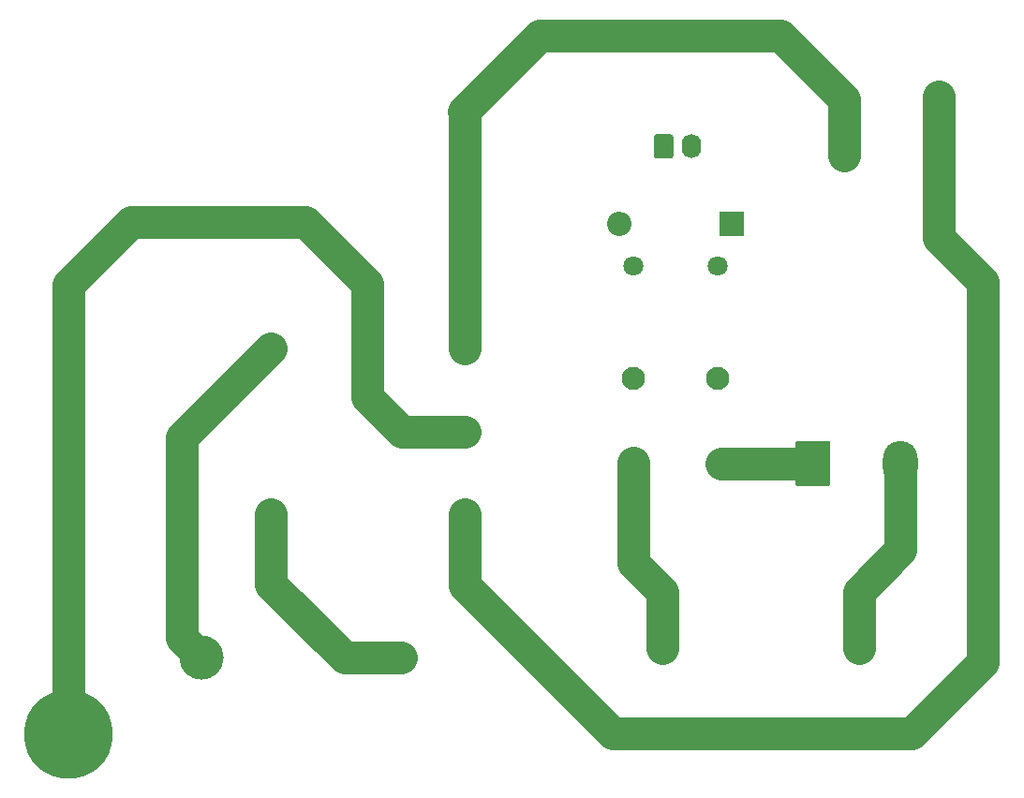
<source format=gbl>
G04 #@! TF.GenerationSoftware,KiCad,Pcbnew,(5.1.5-0-10_14)*
G04 #@! TF.CreationDate,2020-11-16T15:22:10+01:00*
G04 #@! TF.ProjectId,AC_board,41435f62-6f61-4726-942e-6b696361645f,v01*
G04 #@! TF.SameCoordinates,Original*
G04 #@! TF.FileFunction,Copper,L2,Bot*
G04 #@! TF.FilePolarity,Positive*
%FSLAX46Y46*%
G04 Gerber Fmt 4.6, Leading zero omitted, Abs format (unit mm)*
G04 Created by KiCad (PCBNEW (5.1.5-0-10_14)) date 2020-11-16 15:22:10*
%MOMM*%
%LPD*%
G04 APERTURE LIST*
%ADD10C,4.000000*%
%ADD11C,2.100000*%
%ADD12C,1.800000*%
%ADD13C,2.350000*%
%ADD14O,1.740000X2.200000*%
%ADD15C,0.100000*%
%ADD16C,2.700000*%
%ADD17C,2.200000*%
%ADD18C,8.000000*%
%ADD19R,2.200000X2.200000*%
%ADD20O,2.200000X2.200000*%
%ADD21O,3.160000X4.100000*%
%ADD22C,3.000000*%
G04 APERTURE END LIST*
D10*
X87000000Y-112000000D03*
D11*
X133620000Y-94400000D03*
X126000000Y-94400000D03*
X133620000Y-86780000D03*
X126000000Y-86780000D03*
D12*
X133620000Y-76620000D03*
X126000000Y-76620000D03*
D13*
X128650000Y-111140000D03*
X128630000Y-106060000D03*
X146450000Y-111140000D03*
X146430000Y-106060000D03*
D14*
X131300000Y-65820000D03*
G04 #@! TA.AperFunction,ComponentPad*
D15*
G36*
X129404505Y-64721204D02*
G01*
X129428773Y-64724804D01*
X129452572Y-64730765D01*
X129475671Y-64739030D01*
X129497850Y-64749520D01*
X129518893Y-64762132D01*
X129538599Y-64776747D01*
X129556777Y-64793223D01*
X129573253Y-64811401D01*
X129587868Y-64831107D01*
X129600480Y-64852150D01*
X129610970Y-64874329D01*
X129619235Y-64897428D01*
X129625196Y-64921227D01*
X129628796Y-64945495D01*
X129630000Y-64969999D01*
X129630000Y-66670001D01*
X129628796Y-66694505D01*
X129625196Y-66718773D01*
X129619235Y-66742572D01*
X129610970Y-66765671D01*
X129600480Y-66787850D01*
X129587868Y-66808893D01*
X129573253Y-66828599D01*
X129556777Y-66846777D01*
X129538599Y-66863253D01*
X129518893Y-66877868D01*
X129497850Y-66890480D01*
X129475671Y-66900970D01*
X129452572Y-66909235D01*
X129428773Y-66915196D01*
X129404505Y-66918796D01*
X129380001Y-66920000D01*
X128139999Y-66920000D01*
X128115495Y-66918796D01*
X128091227Y-66915196D01*
X128067428Y-66909235D01*
X128044329Y-66900970D01*
X128022150Y-66890480D01*
X128001107Y-66877868D01*
X127981401Y-66863253D01*
X127963223Y-66846777D01*
X127946747Y-66828599D01*
X127932132Y-66808893D01*
X127919520Y-66787850D01*
X127909030Y-66765671D01*
X127900765Y-66742572D01*
X127894804Y-66718773D01*
X127891204Y-66694505D01*
X127890000Y-66670001D01*
X127890000Y-64969999D01*
X127891204Y-64945495D01*
X127894804Y-64921227D01*
X127900765Y-64897428D01*
X127909030Y-64874329D01*
X127919520Y-64852150D01*
X127932132Y-64831107D01*
X127946747Y-64811401D01*
X127963223Y-64793223D01*
X127981401Y-64776747D01*
X128001107Y-64762132D01*
X128022150Y-64749520D01*
X128044329Y-64739030D01*
X128067428Y-64730765D01*
X128091227Y-64724804D01*
X128115495Y-64721204D01*
X128139999Y-64720000D01*
X129380001Y-64720000D01*
X129404505Y-64721204D01*
G37*
G04 #@! TD.AperFunction*
D16*
X153670000Y-66410000D03*
X153670000Y-61330000D03*
X145090000Y-66620000D03*
X145090000Y-61540000D03*
X99920000Y-112000000D03*
X105000000Y-112000000D03*
G04 #@! TA.AperFunction,ComponentPad*
D15*
G36*
X93903909Y-98002648D02*
G01*
X93957300Y-98010568D01*
X94009657Y-98023683D01*
X94060476Y-98041866D01*
X94109268Y-98064943D01*
X94155564Y-98092692D01*
X94198916Y-98124844D01*
X94238909Y-98161091D01*
X94275156Y-98201084D01*
X94307308Y-98244436D01*
X94335057Y-98290732D01*
X94358134Y-98339524D01*
X94376317Y-98390343D01*
X94389432Y-98442700D01*
X94397352Y-98496091D01*
X94400000Y-98550000D01*
X94400000Y-99650000D01*
X94397352Y-99703909D01*
X94389432Y-99757300D01*
X94376317Y-99809657D01*
X94358134Y-99860476D01*
X94335057Y-99909268D01*
X94307308Y-99955564D01*
X94275156Y-99998916D01*
X94238909Y-100038909D01*
X94198916Y-100075156D01*
X94155564Y-100107308D01*
X94109268Y-100135057D01*
X94060476Y-100158134D01*
X94009657Y-100176317D01*
X93957300Y-100189432D01*
X93903909Y-100197352D01*
X93850000Y-100200000D01*
X92750000Y-100200000D01*
X92696091Y-100197352D01*
X92642700Y-100189432D01*
X92590343Y-100176317D01*
X92539524Y-100158134D01*
X92490732Y-100135057D01*
X92444436Y-100107308D01*
X92401084Y-100075156D01*
X92361091Y-100038909D01*
X92324844Y-99998916D01*
X92292692Y-99955564D01*
X92264943Y-99909268D01*
X92241866Y-99860476D01*
X92223683Y-99809657D01*
X92210568Y-99757300D01*
X92202648Y-99703909D01*
X92200000Y-99650000D01*
X92200000Y-98550000D01*
X92202648Y-98496091D01*
X92210568Y-98442700D01*
X92223683Y-98390343D01*
X92241866Y-98339524D01*
X92264943Y-98290732D01*
X92292692Y-98244436D01*
X92324844Y-98201084D01*
X92361091Y-98161091D01*
X92401084Y-98124844D01*
X92444436Y-98092692D01*
X92490732Y-98064943D01*
X92539524Y-98041866D01*
X92590343Y-98023683D01*
X92642700Y-98010568D01*
X92696091Y-98002648D01*
X92750000Y-98000000D01*
X93850000Y-98000000D01*
X93903909Y-98002648D01*
G37*
G04 #@! TD.AperFunction*
D17*
X110800000Y-99100000D03*
X110800000Y-91600000D03*
X110800000Y-84100000D03*
X93300000Y-84100000D03*
D18*
X75000000Y-119000000D03*
D19*
X134890000Y-72860000D03*
D20*
X124730000Y-72860000D03*
G04 #@! TA.AperFunction,ComponentPad*
D15*
G36*
X143624504Y-92421204D02*
G01*
X143648773Y-92424804D01*
X143672571Y-92430765D01*
X143695671Y-92439030D01*
X143717849Y-92449520D01*
X143738893Y-92462133D01*
X143758598Y-92476747D01*
X143776777Y-92493223D01*
X143793253Y-92511402D01*
X143807867Y-92531107D01*
X143820480Y-92552151D01*
X143830970Y-92574329D01*
X143839235Y-92597429D01*
X143845196Y-92621227D01*
X143848796Y-92645496D01*
X143850000Y-92670000D01*
X143850000Y-96270000D01*
X143848796Y-96294504D01*
X143845196Y-96318773D01*
X143839235Y-96342571D01*
X143830970Y-96365671D01*
X143820480Y-96387849D01*
X143807867Y-96408893D01*
X143793253Y-96428598D01*
X143776777Y-96446777D01*
X143758598Y-96463253D01*
X143738893Y-96477867D01*
X143717849Y-96490480D01*
X143695671Y-96500970D01*
X143672571Y-96509235D01*
X143648773Y-96515196D01*
X143624504Y-96518796D01*
X143600000Y-96520000D01*
X140940000Y-96520000D01*
X140915496Y-96518796D01*
X140891227Y-96515196D01*
X140867429Y-96509235D01*
X140844329Y-96500970D01*
X140822151Y-96490480D01*
X140801107Y-96477867D01*
X140781402Y-96463253D01*
X140763223Y-96446777D01*
X140746747Y-96428598D01*
X140732133Y-96408893D01*
X140719520Y-96387849D01*
X140709030Y-96365671D01*
X140700765Y-96342571D01*
X140694804Y-96318773D01*
X140691204Y-96294504D01*
X140690000Y-96270000D01*
X140690000Y-92670000D01*
X140691204Y-92645496D01*
X140694804Y-92621227D01*
X140700765Y-92597429D01*
X140709030Y-92574329D01*
X140719520Y-92552151D01*
X140732133Y-92531107D01*
X140746747Y-92511402D01*
X140763223Y-92493223D01*
X140781402Y-92476747D01*
X140801107Y-92462133D01*
X140822151Y-92449520D01*
X140844329Y-92439030D01*
X140867429Y-92430765D01*
X140891227Y-92424804D01*
X140915496Y-92421204D01*
X140940000Y-92420000D01*
X143600000Y-92420000D01*
X143624504Y-92421204D01*
G37*
G04 #@! TD.AperFunction*
D21*
X150190000Y-94470000D03*
D22*
X85250001Y-92149999D02*
X92200001Y-85199999D01*
X92200001Y-85199999D02*
X93300000Y-84100000D01*
X85250001Y-110250001D02*
X85250001Y-92149999D01*
X87000000Y-112000000D02*
X85250001Y-110250001D01*
X145090000Y-66620000D02*
X145090000Y-61540000D01*
X145090000Y-61540000D02*
X139340000Y-55790000D01*
X139340000Y-55790000D02*
X117560000Y-55790000D01*
X117560000Y-55790000D02*
X110730000Y-62620000D01*
X110800000Y-62690000D02*
X110800000Y-84100000D01*
X110730000Y-62620000D02*
X110800000Y-62690000D01*
X75000000Y-78300000D02*
X75000000Y-119000000D01*
X80670000Y-72630000D02*
X75000000Y-78300000D01*
X110800000Y-91600000D02*
X105150000Y-91600000D01*
X102000000Y-78220000D02*
X96410000Y-72630000D01*
X102000000Y-88450000D02*
X102000000Y-78220000D01*
X96410000Y-72630000D02*
X80670000Y-72630000D01*
X105150000Y-91600000D02*
X102000000Y-88450000D01*
X153670000Y-61330000D02*
X153670000Y-66410000D01*
X153670000Y-74110000D02*
X153670000Y-66410000D01*
X157650000Y-78090000D02*
X153670000Y-74110000D01*
X157650000Y-112430000D02*
X157650000Y-78090000D01*
X124180000Y-118900000D02*
X151180000Y-118900000D01*
X110800000Y-99100000D02*
X110800000Y-105520000D01*
X151180000Y-118900000D02*
X157650000Y-112430000D01*
X110800000Y-105520000D02*
X124180000Y-118900000D01*
X93300000Y-99100000D02*
X93300000Y-103830000D01*
X93300000Y-105380000D02*
X93300000Y-103830000D01*
X99920000Y-112000000D02*
X93300000Y-105380000D01*
X105000000Y-112000000D02*
X99920000Y-112000000D01*
X128630000Y-111120000D02*
X128650000Y-111140000D01*
X128630000Y-106060000D02*
X128630000Y-111120000D01*
X126000000Y-103430000D02*
X126000000Y-94400000D01*
X128630000Y-106060000D02*
X126000000Y-103430000D01*
X146430000Y-111120000D02*
X146450000Y-111140000D01*
X146430000Y-106060000D02*
X146430000Y-111120000D01*
X150170000Y-102320000D02*
X146430000Y-106060000D01*
X150190000Y-102300000D02*
X150170000Y-102320000D01*
X150190000Y-94470000D02*
X150190000Y-102300000D01*
X142230000Y-94400000D02*
X142250000Y-94380000D01*
X133977672Y-94470000D02*
X133960709Y-94486963D01*
X142270000Y-94470000D02*
X133977672Y-94470000D01*
M02*

</source>
